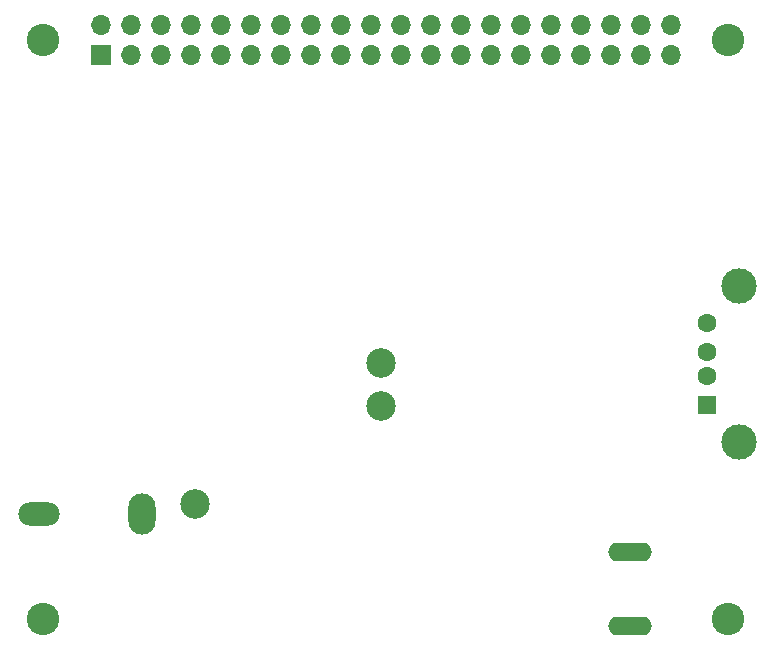
<source format=gbr>
%TF.GenerationSoftware,KiCad,Pcbnew,7.0.2-0*%
%TF.CreationDate,2024-01-28T21:47:35-03:30*%
%TF.ProjectId,ground-station,67726f75-6e64-42d7-9374-6174696f6e2e,rev?*%
%TF.SameCoordinates,Original*%
%TF.FileFunction,Soldermask,Bot*%
%TF.FilePolarity,Negative*%
%FSLAX46Y46*%
G04 Gerber Fmt 4.6, Leading zero omitted, Abs format (unit mm)*
G04 Created by KiCad (PCBNEW 7.0.2-0) date 2024-01-28 21:47:35*
%MOMM*%
%LPD*%
G01*
G04 APERTURE LIST*
%ADD10R,1.700000X1.700000*%
%ADD11O,1.700000X1.700000*%
%ADD12C,2.750000*%
%ADD13O,2.300000X3.500000*%
%ADD14O,3.500000X2.000000*%
%ADD15O,3.700000X1.600000*%
%ADD16C,2.500000*%
%ADD17R,1.500000X1.600000*%
%ADD18C,1.600000*%
%ADD19C,3.000000*%
G04 APERTURE END LIST*
D10*
%TO.C,J101*%
X108560000Y-71150000D03*
D11*
X108560000Y-68610000D03*
X111100000Y-71150000D03*
X111100000Y-68610000D03*
X113640000Y-71150000D03*
X113640000Y-68610000D03*
X116180000Y-71150000D03*
X116180000Y-68610000D03*
X118720000Y-71150000D03*
X118720000Y-68610000D03*
X121260000Y-71150000D03*
X121260000Y-68610000D03*
X123800000Y-71150000D03*
X123800000Y-68610000D03*
X126340000Y-71150000D03*
X126340000Y-68610000D03*
X128880000Y-71150000D03*
X128880000Y-68610000D03*
X131420000Y-71150000D03*
X131420000Y-68610000D03*
X133960000Y-71150000D03*
X133960000Y-68610000D03*
X136500000Y-71150000D03*
X136500000Y-68610000D03*
X139040000Y-71150000D03*
X139040000Y-68610000D03*
X141580000Y-71150000D03*
X141580000Y-68610000D03*
X144120000Y-71150000D03*
X144120000Y-68610000D03*
X146660000Y-71150000D03*
X146660000Y-68610000D03*
X149200000Y-71150000D03*
X149200000Y-68610000D03*
X151740000Y-71150000D03*
X151740000Y-68610000D03*
X154280000Y-71150000D03*
X154280000Y-68610000D03*
X156820000Y-71150000D03*
X156820000Y-68610000D03*
%TD*%
D12*
%TO.C,*%
X103690000Y-118880000D03*
%TD*%
%TO.C,*%
X161690000Y-118880000D03*
%TD*%
D13*
%TO.C,J3*%
X112060000Y-110040000D03*
D14*
X103360000Y-110040000D03*
%TD*%
D15*
%TO.C,J2*%
X153350000Y-113200000D03*
X153350000Y-119500000D03*
%TD*%
D16*
%TO.C,TP1*%
X132320000Y-97260000D03*
%TD*%
D17*
%TO.C,J1*%
X159940000Y-100810000D03*
D18*
X159940000Y-98310000D03*
X159940000Y-96310000D03*
X159940000Y-93810000D03*
D19*
X162650000Y-103880000D03*
X162650000Y-90740000D03*
%TD*%
D16*
%TO.C,TP2*%
X132320000Y-100890000D03*
%TD*%
D12*
%TO.C,*%
X103690000Y-69880000D03*
%TD*%
%TO.C,*%
X161690000Y-69880000D03*
%TD*%
D16*
%TO.C,TP3*%
X116570000Y-109210000D03*
%TD*%
M02*

</source>
